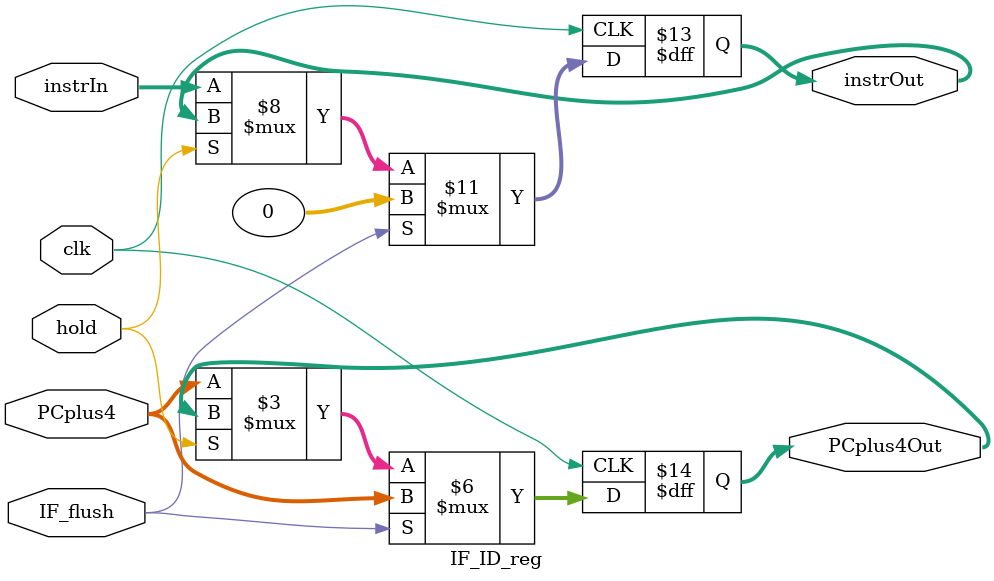
<source format=v>
module IF_ID_reg(PCplus4 ,instrIn ,instrOut ,clk ,hold,PCplus4Out,IF_flush);

  input wire [31:0] instrIn,PCplus4;
  input clk ,hold,IF_flush;
  output reg [31:0] instrOut, PCplus4Out;

 always @(posedge clk)
begin
  if (IF_flush)
    begin
      instrOut <= 32'b0;
      PCplus4Out <= PCplus4;
    end
  else if (~hold)
    begin
      instrOut <= instrIn;
      PCplus4Out <= PCplus4;
    end

      
    end
  
endmodule

</source>
